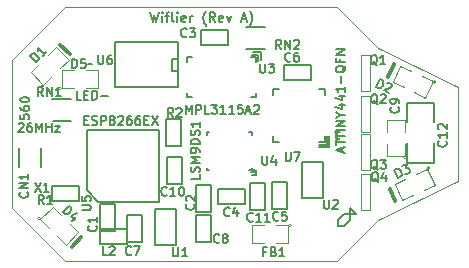
<source format=gto>
G04 (created by PCBNEW (2013-jul-07)-stable) date Fri 12 Jun 2015 01:12:31 PM EDT*
%MOIN*%
G04 Gerber Fmt 3.4, Leading zero omitted, Abs format*
%FSLAX34Y34*%
G01*
G70*
G90*
G04 APERTURE LIST*
%ADD10C,0.00590551*%
%ADD11C,0.00787402*%
%ADD12C,0.0065*%
%ADD13C,0.00393701*%
%ADD14C,0.011811*%
%ADD15C,0.0075*%
%ADD16C,0.0047*%
%ADD17C,0.005*%
%ADD18C,0.006*%
%ADD19C,0.0039*%
G04 APERTURE END LIST*
G54D10*
G54D11*
X20447Y-21247D02*
X20578Y-21247D01*
G54D12*
X22510Y-19534D02*
X22586Y-19854D01*
X22647Y-19625D01*
X22708Y-19854D01*
X22785Y-19534D01*
X22906Y-19854D02*
X22906Y-19641D01*
X22906Y-19534D02*
X22891Y-19549D01*
X22906Y-19565D01*
X22922Y-19549D01*
X22906Y-19534D01*
X22906Y-19565D01*
X23013Y-19641D02*
X23135Y-19641D01*
X23059Y-19854D02*
X23059Y-19580D01*
X23074Y-19549D01*
X23105Y-19534D01*
X23135Y-19534D01*
X23287Y-19854D02*
X23257Y-19839D01*
X23242Y-19808D01*
X23242Y-19534D01*
X23409Y-19854D02*
X23409Y-19641D01*
X23409Y-19534D02*
X23394Y-19549D01*
X23409Y-19565D01*
X23425Y-19549D01*
X23409Y-19534D01*
X23409Y-19565D01*
X23684Y-19839D02*
X23653Y-19854D01*
X23592Y-19854D01*
X23562Y-19839D01*
X23546Y-19808D01*
X23546Y-19686D01*
X23562Y-19656D01*
X23592Y-19641D01*
X23653Y-19641D01*
X23684Y-19656D01*
X23699Y-19686D01*
X23699Y-19717D01*
X23546Y-19747D01*
X23836Y-19854D02*
X23836Y-19641D01*
X23836Y-19702D02*
X23851Y-19671D01*
X23866Y-19656D01*
X23897Y-19641D01*
X23927Y-19641D01*
X24369Y-19976D02*
X24354Y-19961D01*
X24324Y-19915D01*
X24308Y-19885D01*
X24293Y-19839D01*
X24278Y-19763D01*
X24278Y-19702D01*
X24293Y-19625D01*
X24308Y-19580D01*
X24324Y-19549D01*
X24354Y-19504D01*
X24369Y-19488D01*
X24674Y-19854D02*
X24567Y-19702D01*
X24491Y-19854D02*
X24491Y-19534D01*
X24613Y-19534D01*
X24644Y-19549D01*
X24659Y-19565D01*
X24674Y-19595D01*
X24674Y-19641D01*
X24659Y-19671D01*
X24644Y-19686D01*
X24613Y-19702D01*
X24491Y-19702D01*
X24933Y-19839D02*
X24903Y-19854D01*
X24842Y-19854D01*
X24811Y-19839D01*
X24796Y-19808D01*
X24796Y-19686D01*
X24811Y-19656D01*
X24842Y-19641D01*
X24903Y-19641D01*
X24933Y-19656D01*
X24948Y-19686D01*
X24948Y-19717D01*
X24796Y-19747D01*
X25055Y-19641D02*
X25131Y-19854D01*
X25207Y-19641D01*
X25558Y-19763D02*
X25710Y-19763D01*
X25527Y-19854D02*
X25634Y-19534D01*
X25741Y-19854D01*
X25817Y-19976D02*
X25832Y-19961D01*
X25863Y-19915D01*
X25878Y-19885D01*
X25893Y-19839D01*
X25908Y-19763D01*
X25908Y-19702D01*
X25893Y-19625D01*
X25878Y-19580D01*
X25863Y-19549D01*
X25832Y-19504D01*
X25817Y-19488D01*
G54D11*
X28950Y-26650D02*
X28750Y-26650D01*
X29150Y-26450D02*
X28950Y-26650D01*
X29150Y-26250D02*
X29150Y-26450D01*
X29350Y-26250D02*
X29150Y-26050D01*
X29150Y-26250D02*
X29350Y-26250D01*
X29150Y-26050D02*
X29150Y-26250D01*
X29150Y-26250D02*
X29150Y-26050D01*
X28950Y-26250D02*
X29150Y-26250D01*
X28750Y-26450D02*
X28950Y-26250D01*
X28750Y-26650D02*
X28750Y-26450D01*
G54D13*
X28718Y-19360D02*
X19662Y-19360D01*
X28718Y-27825D02*
X19662Y-27825D01*
X19662Y-27825D02*
X17891Y-26053D01*
X17891Y-21132D02*
X19662Y-19360D01*
G54D14*
X19893Y-27349D02*
X20212Y-27030D01*
X19816Y-20939D02*
X19497Y-20620D01*
X30630Y-21272D02*
X30440Y-21679D01*
X30488Y-25412D02*
X30678Y-25819D01*
G54D15*
X28654Y-23517D02*
X28825Y-23517D01*
X28740Y-23517D02*
X28740Y-23817D01*
X28768Y-23774D01*
X28797Y-23746D01*
X28825Y-23731D01*
G54D13*
X32753Y-25167D02*
X30096Y-26447D01*
X32753Y-22018D02*
X32753Y-25167D01*
X30096Y-20738D02*
X32753Y-22018D01*
X17891Y-21132D02*
X17891Y-26053D01*
X28718Y-19360D02*
X30096Y-20738D01*
X28718Y-27825D02*
X30096Y-26447D01*
G54D10*
X28127Y-24022D02*
X28481Y-24022D01*
X28481Y-24022D02*
X28481Y-23668D01*
X28127Y-23943D02*
X28166Y-23943D01*
X28402Y-23668D02*
X28402Y-23943D01*
X28402Y-23943D02*
X28166Y-23943D01*
X28324Y-22290D02*
X28324Y-22093D01*
X28324Y-22093D02*
X28127Y-22093D01*
X26591Y-22093D02*
X26788Y-22093D01*
X26591Y-22093D02*
X26591Y-22290D01*
X26788Y-23865D02*
X26591Y-23865D01*
X26591Y-23865D02*
X26591Y-23668D01*
X28324Y-23865D02*
X28324Y-23668D01*
X28324Y-23865D02*
X28127Y-23865D01*
G54D16*
X29530Y-23520D02*
X29530Y-22320D01*
X29530Y-22320D02*
X29830Y-22320D01*
X29830Y-22320D02*
X29830Y-23520D01*
X29830Y-23520D02*
X29530Y-23520D01*
X29534Y-22168D02*
X29534Y-20968D01*
X29534Y-20968D02*
X29834Y-20968D01*
X29834Y-20968D02*
X29834Y-22168D01*
X29834Y-22168D02*
X29534Y-22168D01*
X29520Y-24800D02*
X29520Y-23600D01*
X29520Y-23600D02*
X29820Y-23600D01*
X29820Y-23600D02*
X29820Y-24800D01*
X29820Y-24800D02*
X29520Y-24800D01*
X29520Y-26120D02*
X29520Y-24920D01*
X29520Y-24920D02*
X29820Y-24920D01*
X29820Y-24920D02*
X29820Y-26120D01*
X29820Y-26120D02*
X29520Y-26120D01*
G54D17*
X27549Y-24516D02*
X28249Y-24516D01*
X28249Y-24516D02*
X28249Y-25716D01*
X28249Y-25716D02*
X27549Y-25716D01*
X27549Y-25716D02*
X27549Y-24516D01*
X22665Y-26093D02*
X23365Y-26093D01*
X23365Y-26093D02*
X23365Y-27293D01*
X23365Y-27293D02*
X22665Y-27293D01*
X22665Y-27293D02*
X22665Y-26093D01*
X23440Y-20577D02*
X23440Y-20527D01*
X23440Y-20527D02*
X21340Y-20527D01*
X21340Y-22027D02*
X23440Y-22027D01*
X23440Y-22027D02*
X23440Y-20577D01*
X23440Y-21477D02*
X23240Y-21477D01*
X23240Y-21477D02*
X23240Y-21077D01*
X23240Y-21077D02*
X23440Y-21077D01*
X21340Y-22027D02*
X21340Y-20527D01*
X31070Y-24550D02*
X31970Y-24550D01*
X31970Y-24550D02*
X31970Y-23900D01*
X31070Y-23200D02*
X31070Y-22550D01*
X31070Y-22550D02*
X31970Y-22550D01*
X31970Y-22550D02*
X31970Y-23200D01*
X31070Y-23900D02*
X31070Y-24550D01*
X20841Y-26756D02*
X21741Y-26756D01*
X21741Y-26756D02*
X21741Y-27256D01*
X21741Y-27256D02*
X20841Y-27256D01*
X20841Y-27256D02*
X20841Y-26756D01*
X24779Y-25431D02*
X25679Y-25431D01*
X25679Y-25431D02*
X25679Y-25931D01*
X25679Y-25931D02*
X24779Y-25931D01*
X24779Y-25931D02*
X24779Y-25431D01*
X25083Y-20631D02*
X24183Y-20631D01*
X24183Y-20631D02*
X24183Y-20131D01*
X24183Y-20131D02*
X25083Y-20131D01*
X25083Y-20131D02*
X25083Y-20631D01*
X24047Y-26203D02*
X24047Y-25303D01*
X24047Y-25303D02*
X24547Y-25303D01*
X24547Y-25303D02*
X24547Y-26203D01*
X24547Y-26203D02*
X24047Y-26203D01*
X27052Y-25188D02*
X27052Y-26088D01*
X27052Y-26088D02*
X26552Y-26088D01*
X26552Y-26088D02*
X26552Y-25188D01*
X26552Y-25188D02*
X27052Y-25188D01*
X27869Y-21778D02*
X26969Y-21778D01*
X26969Y-21778D02*
X26969Y-21278D01*
X26969Y-21278D02*
X27869Y-21278D01*
X27869Y-21278D02*
X27869Y-21778D01*
X26329Y-25216D02*
X26329Y-26116D01*
X26329Y-26116D02*
X25829Y-26116D01*
X25829Y-26116D02*
X25829Y-25216D01*
X25829Y-25216D02*
X26329Y-25216D01*
X23057Y-25268D02*
X23057Y-24368D01*
X23057Y-24368D02*
X23557Y-24368D01*
X23557Y-24368D02*
X23557Y-25268D01*
X23557Y-25268D02*
X23057Y-25268D01*
X24017Y-27198D02*
X24017Y-26298D01*
X24017Y-26298D02*
X24517Y-26298D01*
X24517Y-26298D02*
X24517Y-27198D01*
X24517Y-27198D02*
X24017Y-27198D01*
X21340Y-25934D02*
X21340Y-26834D01*
X21340Y-26834D02*
X20840Y-26834D01*
X20840Y-26834D02*
X20840Y-25934D01*
X20840Y-25934D02*
X21340Y-25934D01*
G54D18*
X20384Y-25469D02*
X20384Y-23819D01*
X20384Y-23819D02*
X20384Y-23444D01*
X20384Y-23444D02*
X22784Y-23444D01*
X22784Y-23444D02*
X22784Y-25844D01*
X22784Y-25844D02*
X20759Y-25844D01*
X20759Y-25844D02*
X20384Y-25469D01*
G54D10*
X18119Y-24053D02*
X18119Y-24682D01*
X18852Y-24675D02*
X18852Y-24045D01*
G54D17*
X22230Y-26280D02*
X22230Y-27180D01*
X22230Y-27180D02*
X21730Y-27180D01*
X21730Y-27180D02*
X21730Y-26280D01*
X21730Y-26280D02*
X22230Y-26280D01*
X19248Y-25325D02*
X20148Y-25325D01*
X20148Y-25325D02*
X20148Y-25825D01*
X20148Y-25825D02*
X19248Y-25825D01*
X19248Y-25825D02*
X19248Y-25325D01*
X23047Y-23994D02*
X23047Y-23094D01*
X23047Y-23094D02*
X23547Y-23094D01*
X23547Y-23094D02*
X23547Y-23994D01*
X23547Y-23994D02*
X23047Y-23994D01*
G54D10*
X19249Y-23171D02*
X19879Y-23171D01*
X19871Y-22439D02*
X19241Y-22439D01*
X25891Y-24948D02*
X26048Y-24948D01*
X26048Y-24948D02*
X26048Y-24790D01*
X25969Y-24751D02*
X25969Y-24869D01*
X25969Y-24869D02*
X25851Y-24869D01*
X24473Y-23531D02*
X24394Y-23531D01*
X24394Y-23531D02*
X24394Y-23609D01*
X25812Y-23531D02*
X25891Y-23531D01*
X25891Y-23531D02*
X25891Y-23609D01*
X24473Y-24790D02*
X24394Y-24790D01*
X24394Y-24790D02*
X24394Y-24712D01*
X25812Y-24790D02*
X25891Y-24790D01*
X25891Y-24790D02*
X25891Y-24712D01*
G54D19*
X18963Y-21992D02*
G75*
G03X18963Y-21992I-49J0D01*
G74*
G01*
X19231Y-21674D02*
X18948Y-21957D01*
X18948Y-21957D02*
X18524Y-21533D01*
X18524Y-21533D02*
X18807Y-21250D01*
X19090Y-20967D02*
X19373Y-20684D01*
X19373Y-20684D02*
X19797Y-21108D01*
X19797Y-21108D02*
X19514Y-21391D01*
X32025Y-21852D02*
G75*
G03X32025Y-21852I-49J0D01*
G74*
G01*
X31568Y-21662D02*
X31930Y-21831D01*
X31930Y-21831D02*
X31676Y-22375D01*
X31676Y-22375D02*
X31314Y-22206D01*
X30951Y-22037D02*
X30589Y-21868D01*
X30589Y-21868D02*
X30843Y-21324D01*
X30843Y-21324D02*
X31205Y-21493D01*
X31832Y-24723D02*
G75*
G03X31832Y-24723I-50J0D01*
G74*
G01*
X31374Y-24913D02*
X31736Y-24744D01*
X31736Y-24744D02*
X31990Y-25288D01*
X31990Y-25288D02*
X31628Y-25457D01*
X31265Y-25626D02*
X30903Y-25795D01*
X30903Y-25795D02*
X30649Y-25251D01*
X30649Y-25251D02*
X31011Y-25082D01*
X18851Y-26401D02*
G75*
G03X18851Y-26401I-49J0D01*
G74*
G01*
X19119Y-26719D02*
X18836Y-26436D01*
X18836Y-26436D02*
X19260Y-26012D01*
X19260Y-26012D02*
X19543Y-26295D01*
X19826Y-26578D02*
X20109Y-26861D01*
X20109Y-26861D02*
X19685Y-27285D01*
X19685Y-27285D02*
X19402Y-27002D01*
X19551Y-22071D02*
G75*
G03X19551Y-22071I-50J0D01*
G74*
G01*
X19951Y-22071D02*
X19551Y-22071D01*
X19551Y-22071D02*
X19551Y-21471D01*
X19551Y-21471D02*
X19951Y-21471D01*
X20351Y-21471D02*
X20751Y-21471D01*
X20751Y-21471D02*
X20751Y-22071D01*
X20751Y-22071D02*
X20351Y-22071D01*
G54D10*
X26184Y-21108D02*
X26184Y-20872D01*
X26184Y-20872D02*
X25947Y-20872D01*
X25908Y-20950D02*
X26105Y-20950D01*
X26105Y-20950D02*
X26105Y-21147D01*
X23743Y-22368D02*
X23743Y-22210D01*
X23743Y-22368D02*
X23900Y-22368D01*
X23743Y-21029D02*
X23743Y-21187D01*
X23743Y-21029D02*
X23900Y-21029D01*
X26026Y-21029D02*
X26026Y-21187D01*
X26026Y-21029D02*
X25869Y-21029D01*
X26026Y-22368D02*
X26026Y-22210D01*
X26026Y-22368D02*
X25869Y-22368D01*
X25713Y-20745D02*
X26342Y-20745D01*
X26335Y-20012D02*
X25705Y-20012D01*
G54D19*
X27208Y-26640D02*
G75*
G03X27208Y-26640I-50J0D01*
G74*
G01*
X26708Y-26640D02*
X27108Y-26640D01*
X27108Y-26640D02*
X27108Y-27240D01*
X27108Y-27240D02*
X26708Y-27240D01*
X26308Y-27240D02*
X25908Y-27240D01*
X25908Y-27240D02*
X25908Y-26640D01*
X25908Y-26640D02*
X26308Y-26640D01*
X31052Y-24380D02*
G75*
G03X31052Y-24380I-50J0D01*
G74*
G01*
X31002Y-23930D02*
X31002Y-24330D01*
X31002Y-24330D02*
X30402Y-24330D01*
X30402Y-24330D02*
X30402Y-23930D01*
X30402Y-23530D02*
X30402Y-23130D01*
X30402Y-23130D02*
X31002Y-23130D01*
X31002Y-23130D02*
X31002Y-23530D01*
G54D18*
X27019Y-24193D02*
X27019Y-24436D01*
X27033Y-24464D01*
X27048Y-24479D01*
X27076Y-24493D01*
X27133Y-24493D01*
X27162Y-24479D01*
X27176Y-24464D01*
X27190Y-24436D01*
X27190Y-24193D01*
X27305Y-24193D02*
X27505Y-24193D01*
X27376Y-24493D01*
X28905Y-24184D02*
X28905Y-24041D01*
X28991Y-24212D02*
X28691Y-24112D01*
X28991Y-24012D01*
X28691Y-23955D02*
X28691Y-23784D01*
X28991Y-23869D02*
X28691Y-23869D01*
X28691Y-23727D02*
X28691Y-23555D01*
X28991Y-23641D02*
X28691Y-23641D01*
X28991Y-23455D02*
X28691Y-23455D01*
X28991Y-23312D02*
X28691Y-23312D01*
X28991Y-23141D01*
X28691Y-23141D01*
X28848Y-22941D02*
X28991Y-22941D01*
X28691Y-23041D02*
X28848Y-22941D01*
X28691Y-22841D01*
X28791Y-22612D02*
X28991Y-22612D01*
X28677Y-22684D02*
X28891Y-22755D01*
X28891Y-22570D01*
X28791Y-22327D02*
X28991Y-22327D01*
X28677Y-22398D02*
X28891Y-22470D01*
X28891Y-22284D01*
X28991Y-22012D02*
X28991Y-22184D01*
X28991Y-22098D02*
X28691Y-22098D01*
X28734Y-22127D01*
X28762Y-22155D01*
X28777Y-22184D01*
X28877Y-21884D02*
X28877Y-21655D01*
X29020Y-21312D02*
X29005Y-21341D01*
X28977Y-21370D01*
X28934Y-21412D01*
X28920Y-21441D01*
X28920Y-21470D01*
X28991Y-21455D02*
X28977Y-21484D01*
X28948Y-21512D01*
X28891Y-21527D01*
X28791Y-21527D01*
X28734Y-21512D01*
X28705Y-21484D01*
X28691Y-21455D01*
X28691Y-21398D01*
X28705Y-21370D01*
X28734Y-21341D01*
X28791Y-21327D01*
X28891Y-21327D01*
X28948Y-21341D01*
X28977Y-21370D01*
X28991Y-21398D01*
X28991Y-21455D01*
X28834Y-21098D02*
X28834Y-21198D01*
X28991Y-21198D02*
X28691Y-21198D01*
X28691Y-21055D01*
X28991Y-20941D02*
X28691Y-20941D01*
X28991Y-20770D01*
X28691Y-20770D01*
X18657Y-25221D02*
X18857Y-25521D01*
X18857Y-25221D02*
X18657Y-25521D01*
X19128Y-25521D02*
X18957Y-25521D01*
X19042Y-25521D02*
X19042Y-25221D01*
X19014Y-25264D01*
X18985Y-25292D01*
X18957Y-25307D01*
X18119Y-23249D02*
X18133Y-23234D01*
X18162Y-23220D01*
X18233Y-23220D01*
X18262Y-23234D01*
X18276Y-23249D01*
X18291Y-23277D01*
X18291Y-23306D01*
X18276Y-23349D01*
X18105Y-23520D01*
X18291Y-23520D01*
X18548Y-23220D02*
X18491Y-23220D01*
X18462Y-23234D01*
X18448Y-23249D01*
X18419Y-23291D01*
X18405Y-23349D01*
X18405Y-23463D01*
X18419Y-23491D01*
X18433Y-23506D01*
X18462Y-23520D01*
X18519Y-23520D01*
X18548Y-23506D01*
X18562Y-23491D01*
X18576Y-23463D01*
X18576Y-23391D01*
X18562Y-23363D01*
X18548Y-23349D01*
X18519Y-23334D01*
X18462Y-23334D01*
X18433Y-23349D01*
X18419Y-23363D01*
X18405Y-23391D01*
X18705Y-23520D02*
X18705Y-23220D01*
X18805Y-23434D01*
X18905Y-23220D01*
X18905Y-23520D01*
X19048Y-23520D02*
X19048Y-23220D01*
X19048Y-23363D02*
X19219Y-23363D01*
X19219Y-23520D02*
X19219Y-23220D01*
X19333Y-23320D02*
X19491Y-23320D01*
X19333Y-23520D01*
X19491Y-23520D01*
X30091Y-22600D02*
X30062Y-22585D01*
X30034Y-22557D01*
X29991Y-22514D01*
X29962Y-22500D01*
X29934Y-22500D01*
X29948Y-22571D02*
X29920Y-22557D01*
X29891Y-22528D01*
X29877Y-22471D01*
X29877Y-22371D01*
X29891Y-22314D01*
X29920Y-22285D01*
X29948Y-22271D01*
X30005Y-22271D01*
X30034Y-22285D01*
X30062Y-22314D01*
X30077Y-22371D01*
X30077Y-22471D01*
X30062Y-22528D01*
X30034Y-22557D01*
X30005Y-22571D01*
X29948Y-22571D01*
X30191Y-22300D02*
X30205Y-22285D01*
X30234Y-22271D01*
X30305Y-22271D01*
X30334Y-22285D01*
X30348Y-22300D01*
X30362Y-22328D01*
X30362Y-22357D01*
X30348Y-22400D01*
X30177Y-22571D01*
X30362Y-22571D01*
X30076Y-21290D02*
X30047Y-21275D01*
X30019Y-21247D01*
X29976Y-21204D01*
X29947Y-21190D01*
X29919Y-21190D01*
X29933Y-21261D02*
X29905Y-21247D01*
X29876Y-21218D01*
X29862Y-21161D01*
X29862Y-21061D01*
X29876Y-21004D01*
X29905Y-20975D01*
X29933Y-20961D01*
X29990Y-20961D01*
X30019Y-20975D01*
X30047Y-21004D01*
X30062Y-21061D01*
X30062Y-21161D01*
X30047Y-21218D01*
X30019Y-21247D01*
X29990Y-21261D01*
X29933Y-21261D01*
X30347Y-21261D02*
X30176Y-21261D01*
X30262Y-21261D02*
X30262Y-20961D01*
X30233Y-21004D01*
X30205Y-21032D01*
X30176Y-21047D01*
X30092Y-24783D02*
X30063Y-24768D01*
X30035Y-24740D01*
X29992Y-24697D01*
X29963Y-24683D01*
X29935Y-24683D01*
X29949Y-24754D02*
X29921Y-24740D01*
X29892Y-24711D01*
X29878Y-24654D01*
X29878Y-24554D01*
X29892Y-24497D01*
X29921Y-24468D01*
X29949Y-24454D01*
X30006Y-24454D01*
X30035Y-24468D01*
X30063Y-24497D01*
X30078Y-24554D01*
X30078Y-24654D01*
X30063Y-24711D01*
X30035Y-24740D01*
X30006Y-24754D01*
X29949Y-24754D01*
X30178Y-24454D02*
X30363Y-24454D01*
X30263Y-24568D01*
X30306Y-24568D01*
X30335Y-24583D01*
X30349Y-24597D01*
X30363Y-24625D01*
X30363Y-24697D01*
X30349Y-24725D01*
X30335Y-24740D01*
X30306Y-24754D01*
X30221Y-24754D01*
X30192Y-24740D01*
X30178Y-24725D01*
X30111Y-25190D02*
X30082Y-25175D01*
X30054Y-25147D01*
X30011Y-25104D01*
X29982Y-25090D01*
X29954Y-25090D01*
X29968Y-25161D02*
X29940Y-25147D01*
X29911Y-25118D01*
X29897Y-25061D01*
X29897Y-24961D01*
X29911Y-24904D01*
X29940Y-24875D01*
X29968Y-24861D01*
X30025Y-24861D01*
X30054Y-24875D01*
X30082Y-24904D01*
X30097Y-24961D01*
X30097Y-25061D01*
X30082Y-25118D01*
X30054Y-25147D01*
X30025Y-25161D01*
X29968Y-25161D01*
X30354Y-24961D02*
X30354Y-25161D01*
X30282Y-24847D02*
X30211Y-25061D01*
X30397Y-25061D01*
X28292Y-25776D02*
X28292Y-26019D01*
X28306Y-26047D01*
X28321Y-26062D01*
X28349Y-26076D01*
X28406Y-26076D01*
X28435Y-26062D01*
X28449Y-26047D01*
X28464Y-26019D01*
X28464Y-25776D01*
X28592Y-25805D02*
X28606Y-25790D01*
X28635Y-25776D01*
X28706Y-25776D01*
X28735Y-25790D01*
X28749Y-25805D01*
X28764Y-25833D01*
X28764Y-25862D01*
X28749Y-25905D01*
X28578Y-26076D01*
X28764Y-26076D01*
X23263Y-27373D02*
X23263Y-27616D01*
X23277Y-27644D01*
X23292Y-27659D01*
X23320Y-27673D01*
X23377Y-27673D01*
X23406Y-27659D01*
X23420Y-27644D01*
X23434Y-27616D01*
X23434Y-27373D01*
X23734Y-27673D02*
X23563Y-27673D01*
X23649Y-27673D02*
X23649Y-27373D01*
X23620Y-27416D01*
X23592Y-27444D01*
X23563Y-27459D01*
X20771Y-20961D02*
X20771Y-21204D01*
X20785Y-21232D01*
X20800Y-21247D01*
X20828Y-21261D01*
X20885Y-21261D01*
X20914Y-21247D01*
X20928Y-21232D01*
X20942Y-21204D01*
X20942Y-20961D01*
X21214Y-20961D02*
X21157Y-20961D01*
X21128Y-20975D01*
X21114Y-20990D01*
X21085Y-21032D01*
X21071Y-21090D01*
X21071Y-21204D01*
X21085Y-21232D01*
X21100Y-21247D01*
X21128Y-21261D01*
X21185Y-21261D01*
X21214Y-21247D01*
X21228Y-21232D01*
X21242Y-21204D01*
X21242Y-21132D01*
X21228Y-21104D01*
X21214Y-21090D01*
X21185Y-21075D01*
X21128Y-21075D01*
X21100Y-21090D01*
X21085Y-21104D01*
X21071Y-21132D01*
X32362Y-23824D02*
X32377Y-23839D01*
X32391Y-23882D01*
X32391Y-23910D01*
X32377Y-23953D01*
X32348Y-23982D01*
X32320Y-23996D01*
X32262Y-24010D01*
X32220Y-24010D01*
X32162Y-23996D01*
X32134Y-23982D01*
X32105Y-23953D01*
X32091Y-23910D01*
X32091Y-23882D01*
X32105Y-23839D01*
X32120Y-23824D01*
X32391Y-23539D02*
X32391Y-23710D01*
X32391Y-23624D02*
X32091Y-23624D01*
X32134Y-23653D01*
X32162Y-23682D01*
X32177Y-23710D01*
X32120Y-23424D02*
X32105Y-23410D01*
X32091Y-23382D01*
X32091Y-23310D01*
X32105Y-23282D01*
X32120Y-23267D01*
X32148Y-23253D01*
X32177Y-23253D01*
X32220Y-23267D01*
X32391Y-23439D01*
X32391Y-23253D01*
X21060Y-27630D02*
X20917Y-27630D01*
X20917Y-27330D01*
X21145Y-27359D02*
X21160Y-27344D01*
X21188Y-27330D01*
X21260Y-27330D01*
X21288Y-27344D01*
X21302Y-27359D01*
X21317Y-27387D01*
X21317Y-27416D01*
X21302Y-27459D01*
X21131Y-27630D01*
X21317Y-27630D01*
X25150Y-26307D02*
X25135Y-26322D01*
X25092Y-26336D01*
X25064Y-26336D01*
X25021Y-26322D01*
X24992Y-26293D01*
X24978Y-26265D01*
X24964Y-26207D01*
X24964Y-26165D01*
X24978Y-26107D01*
X24992Y-26079D01*
X25021Y-26050D01*
X25064Y-26036D01*
X25092Y-26036D01*
X25135Y-26050D01*
X25150Y-26065D01*
X25407Y-26136D02*
X25407Y-26336D01*
X25335Y-26022D02*
X25264Y-26236D01*
X25450Y-26236D01*
X23720Y-20332D02*
X23705Y-20347D01*
X23662Y-20361D01*
X23634Y-20361D01*
X23591Y-20347D01*
X23562Y-20318D01*
X23548Y-20290D01*
X23534Y-20232D01*
X23534Y-20190D01*
X23548Y-20132D01*
X23562Y-20104D01*
X23591Y-20075D01*
X23634Y-20061D01*
X23662Y-20061D01*
X23705Y-20075D01*
X23720Y-20090D01*
X23820Y-20061D02*
X24005Y-20061D01*
X23905Y-20175D01*
X23948Y-20175D01*
X23977Y-20190D01*
X23991Y-20204D01*
X24005Y-20232D01*
X24005Y-20304D01*
X23991Y-20332D01*
X23977Y-20347D01*
X23948Y-20361D01*
X23862Y-20361D01*
X23834Y-20347D01*
X23820Y-20332D01*
X23962Y-25936D02*
X23977Y-25950D01*
X23991Y-25993D01*
X23991Y-26021D01*
X23977Y-26064D01*
X23948Y-26093D01*
X23920Y-26107D01*
X23862Y-26121D01*
X23820Y-26121D01*
X23762Y-26107D01*
X23734Y-26093D01*
X23705Y-26064D01*
X23691Y-26021D01*
X23691Y-25993D01*
X23705Y-25950D01*
X23720Y-25936D01*
X23720Y-25821D02*
X23705Y-25807D01*
X23691Y-25778D01*
X23691Y-25707D01*
X23705Y-25678D01*
X23720Y-25664D01*
X23748Y-25650D01*
X23777Y-25650D01*
X23820Y-25664D01*
X23991Y-25836D01*
X23991Y-25650D01*
X26774Y-26447D02*
X26759Y-26462D01*
X26716Y-26476D01*
X26688Y-26476D01*
X26645Y-26462D01*
X26616Y-26433D01*
X26602Y-26405D01*
X26588Y-26347D01*
X26588Y-26305D01*
X26602Y-26247D01*
X26616Y-26219D01*
X26645Y-26190D01*
X26688Y-26176D01*
X26716Y-26176D01*
X26759Y-26190D01*
X26774Y-26205D01*
X27045Y-26176D02*
X26902Y-26176D01*
X26888Y-26319D01*
X26902Y-26305D01*
X26931Y-26290D01*
X27002Y-26290D01*
X27031Y-26305D01*
X27045Y-26319D01*
X27059Y-26347D01*
X27059Y-26419D01*
X27045Y-26447D01*
X27031Y-26462D01*
X27002Y-26476D01*
X26931Y-26476D01*
X26902Y-26462D01*
X26888Y-26447D01*
X27178Y-21149D02*
X27163Y-21164D01*
X27120Y-21178D01*
X27092Y-21178D01*
X27049Y-21164D01*
X27020Y-21135D01*
X27006Y-21107D01*
X26992Y-21049D01*
X26992Y-21007D01*
X27006Y-20949D01*
X27020Y-20921D01*
X27049Y-20892D01*
X27092Y-20878D01*
X27120Y-20878D01*
X27163Y-20892D01*
X27178Y-20907D01*
X27435Y-20878D02*
X27378Y-20878D01*
X27349Y-20892D01*
X27335Y-20907D01*
X27306Y-20949D01*
X27292Y-21007D01*
X27292Y-21121D01*
X27306Y-21149D01*
X27320Y-21164D01*
X27349Y-21178D01*
X27406Y-21178D01*
X27435Y-21164D01*
X27449Y-21149D01*
X27463Y-21121D01*
X27463Y-21049D01*
X27449Y-21021D01*
X27435Y-21007D01*
X27406Y-20992D01*
X27349Y-20992D01*
X27320Y-21007D01*
X27306Y-21021D01*
X27292Y-21049D01*
X25917Y-26482D02*
X25902Y-26497D01*
X25860Y-26511D01*
X25831Y-26511D01*
X25788Y-26497D01*
X25760Y-26468D01*
X25745Y-26440D01*
X25731Y-26382D01*
X25731Y-26340D01*
X25745Y-26282D01*
X25760Y-26254D01*
X25788Y-26225D01*
X25831Y-26211D01*
X25860Y-26211D01*
X25902Y-26225D01*
X25917Y-26240D01*
X26202Y-26511D02*
X26031Y-26511D01*
X26117Y-26511D02*
X26117Y-26211D01*
X26088Y-26254D01*
X26060Y-26282D01*
X26031Y-26297D01*
X26488Y-26511D02*
X26317Y-26511D01*
X26402Y-26511D02*
X26402Y-26211D01*
X26374Y-26254D01*
X26345Y-26282D01*
X26317Y-26297D01*
X23063Y-25625D02*
X23048Y-25640D01*
X23006Y-25654D01*
X22977Y-25654D01*
X22934Y-25640D01*
X22906Y-25611D01*
X22891Y-25583D01*
X22877Y-25525D01*
X22877Y-25483D01*
X22891Y-25425D01*
X22906Y-25397D01*
X22934Y-25368D01*
X22977Y-25354D01*
X23006Y-25354D01*
X23048Y-25368D01*
X23063Y-25383D01*
X23348Y-25654D02*
X23177Y-25654D01*
X23263Y-25654D02*
X23263Y-25354D01*
X23234Y-25397D01*
X23206Y-25425D01*
X23177Y-25440D01*
X23534Y-25354D02*
X23563Y-25354D01*
X23591Y-25368D01*
X23606Y-25383D01*
X23620Y-25411D01*
X23634Y-25468D01*
X23634Y-25540D01*
X23620Y-25597D01*
X23606Y-25625D01*
X23591Y-25640D01*
X23563Y-25654D01*
X23534Y-25654D01*
X23506Y-25640D01*
X23491Y-25625D01*
X23477Y-25597D01*
X23463Y-25540D01*
X23463Y-25468D01*
X23477Y-25411D01*
X23491Y-25383D01*
X23506Y-25368D01*
X23534Y-25354D01*
X24810Y-27192D02*
X24795Y-27207D01*
X24752Y-27221D01*
X24724Y-27221D01*
X24681Y-27207D01*
X24652Y-27178D01*
X24638Y-27150D01*
X24624Y-27092D01*
X24624Y-27050D01*
X24638Y-26992D01*
X24652Y-26964D01*
X24681Y-26935D01*
X24724Y-26921D01*
X24752Y-26921D01*
X24795Y-26935D01*
X24810Y-26950D01*
X24981Y-27050D02*
X24952Y-27035D01*
X24938Y-27021D01*
X24924Y-26992D01*
X24924Y-26978D01*
X24938Y-26950D01*
X24952Y-26935D01*
X24981Y-26921D01*
X25038Y-26921D01*
X25067Y-26935D01*
X25081Y-26950D01*
X25095Y-26978D01*
X25095Y-26992D01*
X25081Y-27021D01*
X25067Y-27035D01*
X25038Y-27050D01*
X24981Y-27050D01*
X24952Y-27064D01*
X24938Y-27078D01*
X24924Y-27107D01*
X24924Y-27164D01*
X24938Y-27192D01*
X24952Y-27207D01*
X24981Y-27221D01*
X25038Y-27221D01*
X25067Y-27207D01*
X25081Y-27192D01*
X25095Y-27164D01*
X25095Y-27107D01*
X25081Y-27078D01*
X25067Y-27064D01*
X25038Y-27050D01*
X20699Y-26648D02*
X20714Y-26662D01*
X20728Y-26705D01*
X20728Y-26733D01*
X20714Y-26776D01*
X20685Y-26805D01*
X20657Y-26819D01*
X20599Y-26833D01*
X20557Y-26833D01*
X20499Y-26819D01*
X20471Y-26805D01*
X20442Y-26776D01*
X20428Y-26733D01*
X20428Y-26705D01*
X20442Y-26662D01*
X20457Y-26648D01*
X20728Y-26362D02*
X20728Y-26533D01*
X20728Y-26448D02*
X20428Y-26448D01*
X20471Y-26476D01*
X20499Y-26505D01*
X20514Y-26533D01*
X20220Y-26130D02*
X20463Y-26130D01*
X20491Y-26116D01*
X20506Y-26102D01*
X20520Y-26073D01*
X20520Y-26016D01*
X20506Y-25987D01*
X20491Y-25973D01*
X20463Y-25959D01*
X20220Y-25959D01*
X20220Y-25673D02*
X20220Y-25816D01*
X20363Y-25830D01*
X20349Y-25816D01*
X20334Y-25787D01*
X20334Y-25716D01*
X20349Y-25687D01*
X20363Y-25673D01*
X20391Y-25659D01*
X20463Y-25659D01*
X20491Y-25673D01*
X20506Y-25687D01*
X20520Y-25716D01*
X20520Y-25787D01*
X20506Y-25816D01*
X20491Y-25830D01*
X20308Y-23136D02*
X20408Y-23136D01*
X20451Y-23293D02*
X20308Y-23293D01*
X20308Y-22993D01*
X20451Y-22993D01*
X20566Y-23279D02*
X20608Y-23293D01*
X20680Y-23293D01*
X20708Y-23279D01*
X20723Y-23264D01*
X20737Y-23236D01*
X20737Y-23207D01*
X20723Y-23179D01*
X20708Y-23164D01*
X20680Y-23150D01*
X20623Y-23136D01*
X20594Y-23122D01*
X20580Y-23107D01*
X20566Y-23079D01*
X20566Y-23050D01*
X20580Y-23022D01*
X20594Y-23007D01*
X20623Y-22993D01*
X20694Y-22993D01*
X20737Y-23007D01*
X20866Y-23293D02*
X20866Y-22993D01*
X20980Y-22993D01*
X21008Y-23007D01*
X21023Y-23022D01*
X21037Y-23050D01*
X21037Y-23093D01*
X21023Y-23122D01*
X21008Y-23136D01*
X20980Y-23150D01*
X20866Y-23150D01*
X21208Y-23122D02*
X21180Y-23107D01*
X21166Y-23093D01*
X21151Y-23064D01*
X21151Y-23050D01*
X21166Y-23022D01*
X21180Y-23007D01*
X21208Y-22993D01*
X21266Y-22993D01*
X21294Y-23007D01*
X21308Y-23022D01*
X21323Y-23050D01*
X21323Y-23064D01*
X21308Y-23093D01*
X21294Y-23107D01*
X21266Y-23122D01*
X21208Y-23122D01*
X21180Y-23136D01*
X21166Y-23150D01*
X21151Y-23179D01*
X21151Y-23236D01*
X21166Y-23264D01*
X21180Y-23279D01*
X21208Y-23293D01*
X21266Y-23293D01*
X21294Y-23279D01*
X21308Y-23264D01*
X21323Y-23236D01*
X21323Y-23179D01*
X21308Y-23150D01*
X21294Y-23136D01*
X21266Y-23122D01*
X21437Y-23022D02*
X21451Y-23007D01*
X21480Y-22993D01*
X21551Y-22993D01*
X21580Y-23007D01*
X21594Y-23022D01*
X21608Y-23050D01*
X21608Y-23079D01*
X21594Y-23122D01*
X21423Y-23293D01*
X21608Y-23293D01*
X21866Y-22993D02*
X21808Y-22993D01*
X21780Y-23007D01*
X21766Y-23022D01*
X21737Y-23064D01*
X21723Y-23122D01*
X21723Y-23236D01*
X21737Y-23264D01*
X21751Y-23279D01*
X21780Y-23293D01*
X21837Y-23293D01*
X21866Y-23279D01*
X21880Y-23264D01*
X21894Y-23236D01*
X21894Y-23164D01*
X21880Y-23136D01*
X21866Y-23122D01*
X21837Y-23107D01*
X21780Y-23107D01*
X21751Y-23122D01*
X21737Y-23136D01*
X21723Y-23164D01*
X22151Y-22993D02*
X22094Y-22993D01*
X22066Y-23007D01*
X22051Y-23022D01*
X22023Y-23064D01*
X22008Y-23122D01*
X22008Y-23236D01*
X22023Y-23264D01*
X22037Y-23279D01*
X22066Y-23293D01*
X22123Y-23293D01*
X22151Y-23279D01*
X22166Y-23264D01*
X22180Y-23236D01*
X22180Y-23164D01*
X22166Y-23136D01*
X22151Y-23122D01*
X22123Y-23107D01*
X22066Y-23107D01*
X22037Y-23122D01*
X22023Y-23136D01*
X22008Y-23164D01*
X22308Y-23136D02*
X22408Y-23136D01*
X22451Y-23293D02*
X22308Y-23293D01*
X22308Y-22993D01*
X22451Y-22993D01*
X22551Y-22993D02*
X22751Y-23293D01*
X22751Y-22993D02*
X22551Y-23293D01*
X18413Y-25531D02*
X18428Y-25545D01*
X18442Y-25588D01*
X18442Y-25616D01*
X18428Y-25659D01*
X18399Y-25688D01*
X18371Y-25702D01*
X18313Y-25716D01*
X18271Y-25716D01*
X18213Y-25702D01*
X18185Y-25688D01*
X18156Y-25659D01*
X18142Y-25616D01*
X18142Y-25588D01*
X18156Y-25545D01*
X18171Y-25531D01*
X18442Y-25402D02*
X18142Y-25402D01*
X18442Y-25231D01*
X18142Y-25231D01*
X18442Y-24931D02*
X18442Y-25102D01*
X18442Y-25016D02*
X18142Y-25016D01*
X18185Y-25045D01*
X18213Y-25074D01*
X18228Y-25102D01*
X21874Y-27596D02*
X21859Y-27611D01*
X21816Y-27625D01*
X21788Y-27625D01*
X21745Y-27611D01*
X21716Y-27582D01*
X21702Y-27554D01*
X21688Y-27496D01*
X21688Y-27454D01*
X21702Y-27396D01*
X21716Y-27368D01*
X21745Y-27339D01*
X21788Y-27325D01*
X21816Y-27325D01*
X21859Y-27339D01*
X21874Y-27354D01*
X21974Y-27325D02*
X22174Y-27325D01*
X22045Y-27625D01*
X18960Y-25931D02*
X18860Y-25788D01*
X18788Y-25931D02*
X18788Y-25631D01*
X18902Y-25631D01*
X18931Y-25645D01*
X18945Y-25660D01*
X18960Y-25688D01*
X18960Y-25731D01*
X18945Y-25760D01*
X18931Y-25774D01*
X18902Y-25788D01*
X18788Y-25788D01*
X19245Y-25931D02*
X19074Y-25931D01*
X19160Y-25931D02*
X19160Y-25631D01*
X19131Y-25674D01*
X19102Y-25702D01*
X19074Y-25717D01*
X23265Y-23024D02*
X23165Y-22881D01*
X23094Y-23024D02*
X23094Y-22724D01*
X23208Y-22724D01*
X23237Y-22738D01*
X23251Y-22752D01*
X23265Y-22781D01*
X23265Y-22824D01*
X23251Y-22852D01*
X23237Y-22867D01*
X23208Y-22881D01*
X23094Y-22881D01*
X23380Y-22752D02*
X23394Y-22738D01*
X23422Y-22724D01*
X23494Y-22724D01*
X23522Y-22738D01*
X23537Y-22752D01*
X23551Y-22781D01*
X23551Y-22810D01*
X23537Y-22852D01*
X23365Y-23024D01*
X23551Y-23024D01*
X18929Y-22333D02*
X18829Y-22190D01*
X18758Y-22333D02*
X18758Y-22033D01*
X18872Y-22033D01*
X18901Y-22047D01*
X18915Y-22062D01*
X18929Y-22090D01*
X18929Y-22133D01*
X18915Y-22162D01*
X18901Y-22176D01*
X18872Y-22190D01*
X18758Y-22190D01*
X19058Y-22333D02*
X19058Y-22033D01*
X19229Y-22333D01*
X19229Y-22033D01*
X19529Y-22333D02*
X19358Y-22333D01*
X19444Y-22333D02*
X19444Y-22033D01*
X19415Y-22076D01*
X19387Y-22104D01*
X19358Y-22119D01*
X18168Y-22948D02*
X18168Y-23091D01*
X18311Y-23105D01*
X18297Y-23091D01*
X18282Y-23062D01*
X18282Y-22991D01*
X18297Y-22962D01*
X18311Y-22948D01*
X18339Y-22934D01*
X18411Y-22934D01*
X18439Y-22948D01*
X18454Y-22962D01*
X18468Y-22991D01*
X18468Y-23062D01*
X18454Y-23091D01*
X18439Y-23105D01*
X18168Y-22676D02*
X18168Y-22734D01*
X18182Y-22762D01*
X18197Y-22776D01*
X18239Y-22805D01*
X18297Y-22819D01*
X18411Y-22819D01*
X18439Y-22805D01*
X18454Y-22791D01*
X18468Y-22762D01*
X18468Y-22705D01*
X18454Y-22676D01*
X18439Y-22662D01*
X18411Y-22648D01*
X18339Y-22648D01*
X18311Y-22662D01*
X18297Y-22676D01*
X18282Y-22705D01*
X18282Y-22762D01*
X18297Y-22791D01*
X18311Y-22805D01*
X18339Y-22819D01*
X18168Y-22462D02*
X18168Y-22434D01*
X18182Y-22405D01*
X18197Y-22391D01*
X18225Y-22376D01*
X18282Y-22362D01*
X18354Y-22362D01*
X18411Y-22376D01*
X18439Y-22391D01*
X18454Y-22405D01*
X18468Y-22434D01*
X18468Y-22462D01*
X18454Y-22491D01*
X18439Y-22505D01*
X18411Y-22519D01*
X18354Y-22534D01*
X18282Y-22534D01*
X18225Y-22519D01*
X18197Y-22505D01*
X18182Y-22491D01*
X18168Y-22462D01*
X26243Y-24316D02*
X26243Y-24559D01*
X26257Y-24587D01*
X26272Y-24602D01*
X26300Y-24616D01*
X26357Y-24616D01*
X26386Y-24602D01*
X26400Y-24587D01*
X26414Y-24559D01*
X26414Y-24316D01*
X26686Y-24416D02*
X26686Y-24616D01*
X26614Y-24302D02*
X26543Y-24516D01*
X26729Y-24516D01*
X24150Y-24939D02*
X24150Y-25082D01*
X23850Y-25082D01*
X24136Y-24854D02*
X24150Y-24811D01*
X24150Y-24739D01*
X24136Y-24711D01*
X24121Y-24697D01*
X24093Y-24682D01*
X24064Y-24682D01*
X24036Y-24697D01*
X24021Y-24711D01*
X24007Y-24739D01*
X23993Y-24797D01*
X23979Y-24825D01*
X23964Y-24839D01*
X23936Y-24854D01*
X23907Y-24854D01*
X23879Y-24839D01*
X23864Y-24825D01*
X23850Y-24797D01*
X23850Y-24725D01*
X23864Y-24682D01*
X24150Y-24554D02*
X23850Y-24554D01*
X24064Y-24454D01*
X23850Y-24354D01*
X24150Y-24354D01*
X24150Y-24197D02*
X24150Y-24140D01*
X24136Y-24111D01*
X24121Y-24097D01*
X24079Y-24068D01*
X24021Y-24054D01*
X23907Y-24054D01*
X23879Y-24068D01*
X23864Y-24082D01*
X23850Y-24111D01*
X23850Y-24168D01*
X23864Y-24197D01*
X23879Y-24211D01*
X23907Y-24225D01*
X23979Y-24225D01*
X24007Y-24211D01*
X24021Y-24197D01*
X24036Y-24168D01*
X24036Y-24111D01*
X24021Y-24082D01*
X24007Y-24068D01*
X23979Y-24054D01*
X24150Y-23925D02*
X23850Y-23925D01*
X23850Y-23854D01*
X23864Y-23811D01*
X23893Y-23782D01*
X23921Y-23768D01*
X23979Y-23754D01*
X24021Y-23754D01*
X24079Y-23768D01*
X24107Y-23782D01*
X24136Y-23811D01*
X24150Y-23854D01*
X24150Y-23925D01*
X24136Y-23640D02*
X24150Y-23597D01*
X24150Y-23525D01*
X24136Y-23497D01*
X24121Y-23482D01*
X24093Y-23468D01*
X24064Y-23468D01*
X24036Y-23482D01*
X24021Y-23497D01*
X24007Y-23525D01*
X23993Y-23582D01*
X23979Y-23611D01*
X23964Y-23625D01*
X23936Y-23640D01*
X23907Y-23640D01*
X23879Y-23625D01*
X23864Y-23611D01*
X23850Y-23582D01*
X23850Y-23511D01*
X23864Y-23468D01*
X24150Y-23182D02*
X24150Y-23354D01*
X24150Y-23268D02*
X23850Y-23268D01*
X23893Y-23297D01*
X23921Y-23325D01*
X23936Y-23354D01*
X18715Y-21188D02*
X18503Y-20976D01*
X18553Y-20925D01*
X18594Y-20905D01*
X18634Y-20905D01*
X18664Y-20915D01*
X18715Y-20946D01*
X18745Y-20976D01*
X18775Y-21026D01*
X18786Y-21057D01*
X18786Y-21097D01*
X18765Y-21137D01*
X18715Y-21188D01*
X19038Y-20865D02*
X18917Y-20986D01*
X18977Y-20925D02*
X18765Y-20713D01*
X18775Y-20764D01*
X18775Y-20804D01*
X18765Y-20834D01*
X30041Y-22021D02*
X30168Y-21749D01*
X30233Y-21779D01*
X30266Y-21810D01*
X30280Y-21848D01*
X30281Y-21880D01*
X30269Y-21938D01*
X30251Y-21977D01*
X30214Y-22023D01*
X30189Y-22043D01*
X30151Y-22056D01*
X30106Y-22051D01*
X30041Y-22021D01*
X30415Y-21896D02*
X30434Y-21889D01*
X30466Y-21888D01*
X30531Y-21918D01*
X30551Y-21943D01*
X30558Y-21962D01*
X30558Y-21994D01*
X30546Y-22020D01*
X30515Y-22053D01*
X30287Y-22136D01*
X30456Y-22214D01*
X30771Y-25055D02*
X30644Y-24783D01*
X30709Y-24753D01*
X30754Y-24748D01*
X30792Y-24762D01*
X30817Y-24782D01*
X30854Y-24827D01*
X30872Y-24866D01*
X30883Y-24924D01*
X30882Y-24956D01*
X30869Y-24994D01*
X30836Y-25025D01*
X30771Y-25055D01*
X30890Y-24669D02*
X31059Y-24590D01*
X31016Y-24736D01*
X31055Y-24718D01*
X31087Y-24719D01*
X31106Y-24726D01*
X31131Y-24745D01*
X31161Y-24810D01*
X31160Y-24842D01*
X31154Y-24861D01*
X31134Y-24886D01*
X31056Y-24922D01*
X31024Y-24921D01*
X31005Y-24915D01*
X19590Y-26188D02*
X19802Y-25976D01*
X19853Y-26026D01*
X19873Y-26067D01*
X19873Y-26107D01*
X19863Y-26137D01*
X19832Y-26188D01*
X19802Y-26218D01*
X19752Y-26248D01*
X19721Y-26259D01*
X19681Y-26259D01*
X19641Y-26238D01*
X19590Y-26188D01*
X20035Y-26349D02*
X19893Y-26491D01*
X20065Y-26218D02*
X19863Y-26319D01*
X19994Y-26450D01*
X19900Y-21395D02*
X19900Y-21095D01*
X19972Y-21095D01*
X20014Y-21109D01*
X20043Y-21138D01*
X20057Y-21166D01*
X20072Y-21224D01*
X20072Y-21266D01*
X20057Y-21324D01*
X20043Y-21352D01*
X20014Y-21381D01*
X19972Y-21395D01*
X19900Y-21395D01*
X20343Y-21095D02*
X20200Y-21095D01*
X20186Y-21238D01*
X20200Y-21224D01*
X20229Y-21209D01*
X20300Y-21209D01*
X20329Y-21224D01*
X20343Y-21238D01*
X20357Y-21266D01*
X20357Y-21338D01*
X20343Y-21366D01*
X20329Y-21381D01*
X20300Y-21395D01*
X20229Y-21395D01*
X20200Y-21381D01*
X20186Y-21366D01*
X20205Y-22446D02*
X20062Y-22446D01*
X20062Y-22146D01*
X20305Y-22289D02*
X20405Y-22289D01*
X20448Y-22446D02*
X20305Y-22446D01*
X20305Y-22146D01*
X20448Y-22146D01*
X20576Y-22446D02*
X20576Y-22146D01*
X20648Y-22146D01*
X20691Y-22160D01*
X20719Y-22189D01*
X20734Y-22217D01*
X20748Y-22275D01*
X20748Y-22317D01*
X20734Y-22375D01*
X20719Y-22403D01*
X20691Y-22432D01*
X20648Y-22446D01*
X20576Y-22446D01*
X20876Y-22332D02*
X21105Y-22332D01*
X26164Y-21242D02*
X26164Y-21485D01*
X26178Y-21513D01*
X26193Y-21528D01*
X26221Y-21542D01*
X26278Y-21542D01*
X26307Y-21528D01*
X26321Y-21513D01*
X26335Y-21485D01*
X26335Y-21242D01*
X26450Y-21242D02*
X26635Y-21242D01*
X26535Y-21356D01*
X26578Y-21356D01*
X26607Y-21371D01*
X26621Y-21385D01*
X26635Y-21413D01*
X26635Y-21485D01*
X26621Y-21513D01*
X26607Y-21528D01*
X26578Y-21542D01*
X26493Y-21542D01*
X26464Y-21528D01*
X26450Y-21513D01*
X23691Y-22920D02*
X23691Y-22620D01*
X23791Y-22834D01*
X23891Y-22620D01*
X23891Y-22920D01*
X24034Y-22920D02*
X24034Y-22620D01*
X24148Y-22620D01*
X24177Y-22634D01*
X24191Y-22649D01*
X24206Y-22677D01*
X24206Y-22720D01*
X24191Y-22749D01*
X24177Y-22763D01*
X24148Y-22777D01*
X24034Y-22777D01*
X24477Y-22920D02*
X24334Y-22920D01*
X24334Y-22620D01*
X24548Y-22620D02*
X24734Y-22620D01*
X24634Y-22734D01*
X24677Y-22734D01*
X24706Y-22749D01*
X24720Y-22763D01*
X24734Y-22791D01*
X24734Y-22863D01*
X24720Y-22891D01*
X24706Y-22906D01*
X24677Y-22920D01*
X24591Y-22920D01*
X24563Y-22906D01*
X24548Y-22891D01*
X25020Y-22920D02*
X24848Y-22920D01*
X24934Y-22920D02*
X24934Y-22620D01*
X24906Y-22663D01*
X24877Y-22691D01*
X24848Y-22706D01*
X25306Y-22920D02*
X25134Y-22920D01*
X25220Y-22920D02*
X25220Y-22620D01*
X25191Y-22663D01*
X25163Y-22691D01*
X25134Y-22706D01*
X25577Y-22620D02*
X25434Y-22620D01*
X25420Y-22763D01*
X25434Y-22749D01*
X25463Y-22734D01*
X25534Y-22734D01*
X25563Y-22749D01*
X25577Y-22763D01*
X25591Y-22791D01*
X25591Y-22863D01*
X25577Y-22891D01*
X25563Y-22906D01*
X25534Y-22920D01*
X25463Y-22920D01*
X25434Y-22906D01*
X25420Y-22891D01*
X25706Y-22834D02*
X25848Y-22834D01*
X25677Y-22920D02*
X25777Y-22620D01*
X25877Y-22920D01*
X25963Y-22649D02*
X25977Y-22634D01*
X26006Y-22620D01*
X26077Y-22620D01*
X26106Y-22634D01*
X26120Y-22649D01*
X26134Y-22677D01*
X26134Y-22706D01*
X26120Y-22749D01*
X25948Y-22920D01*
X26134Y-22920D01*
X26867Y-20758D02*
X26767Y-20615D01*
X26696Y-20758D02*
X26696Y-20458D01*
X26810Y-20458D01*
X26839Y-20472D01*
X26853Y-20487D01*
X26867Y-20515D01*
X26867Y-20558D01*
X26853Y-20587D01*
X26839Y-20601D01*
X26810Y-20615D01*
X26696Y-20615D01*
X26996Y-20758D02*
X26996Y-20458D01*
X27167Y-20758D01*
X27167Y-20458D01*
X27296Y-20487D02*
X27310Y-20472D01*
X27339Y-20458D01*
X27410Y-20458D01*
X27439Y-20472D01*
X27453Y-20487D01*
X27467Y-20515D01*
X27467Y-20544D01*
X27453Y-20587D01*
X27282Y-20758D01*
X27467Y-20758D01*
X26364Y-27516D02*
X26264Y-27516D01*
X26264Y-27673D02*
X26264Y-27373D01*
X26406Y-27373D01*
X26621Y-27516D02*
X26664Y-27530D01*
X26678Y-27544D01*
X26692Y-27573D01*
X26692Y-27616D01*
X26678Y-27644D01*
X26664Y-27659D01*
X26635Y-27673D01*
X26521Y-27673D01*
X26521Y-27373D01*
X26621Y-27373D01*
X26649Y-27387D01*
X26664Y-27402D01*
X26678Y-27430D01*
X26678Y-27459D01*
X26664Y-27487D01*
X26649Y-27502D01*
X26621Y-27516D01*
X26521Y-27516D01*
X26978Y-27673D02*
X26806Y-27673D01*
X26892Y-27673D02*
X26892Y-27373D01*
X26864Y-27416D01*
X26835Y-27444D01*
X26806Y-27459D01*
X30773Y-22695D02*
X30788Y-22709D01*
X30802Y-22752D01*
X30802Y-22780D01*
X30788Y-22823D01*
X30759Y-22852D01*
X30731Y-22866D01*
X30673Y-22880D01*
X30631Y-22880D01*
X30573Y-22866D01*
X30545Y-22852D01*
X30516Y-22823D01*
X30502Y-22780D01*
X30502Y-22752D01*
X30516Y-22709D01*
X30531Y-22695D01*
X30802Y-22552D02*
X30802Y-22495D01*
X30788Y-22466D01*
X30773Y-22452D01*
X30731Y-22423D01*
X30673Y-22409D01*
X30559Y-22409D01*
X30531Y-22423D01*
X30516Y-22437D01*
X30502Y-22466D01*
X30502Y-22523D01*
X30516Y-22552D01*
X30531Y-22566D01*
X30559Y-22580D01*
X30631Y-22580D01*
X30659Y-22566D01*
X30673Y-22552D01*
X30688Y-22523D01*
X30688Y-22466D01*
X30673Y-22437D01*
X30659Y-22423D01*
X30631Y-22409D01*
M02*

</source>
